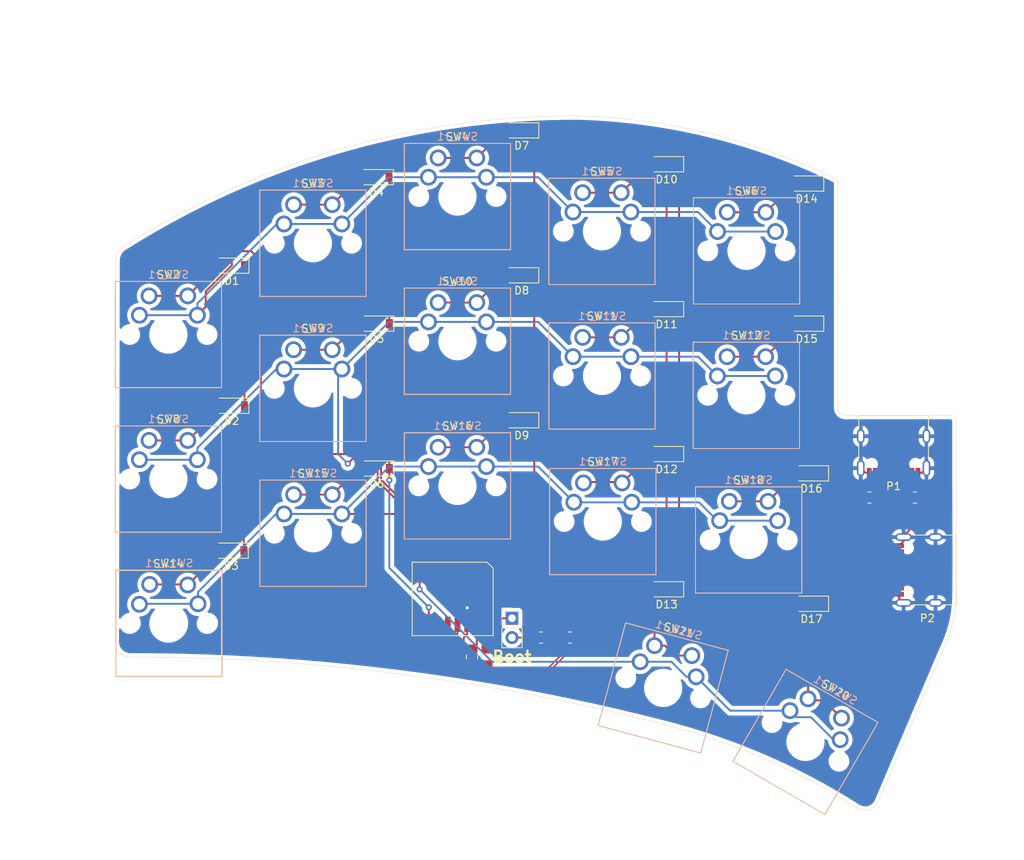
<source format=kicad_pcb>
(kicad_pcb (version 20211014) (generator pcbnew)
  (layers (0 "F.Cu" signal) (31 "B.Cu" signal) (34 "B.Paste" user) (35 "F.Paste" user) (36 "B.SilkS" user "B.Silkscreen") (37 "F.SilkS" user "F.Silkscreen") (38 "B.Mask" user) (39 "F.Mask" user) (44 "Edge.Cuts" user))
  (net 0 "")
  (net 1 "gnd")
  (net 2 "vcc")
  (net 3 "3.3v")
  (net 4 "Switch1")
  (net 5 "Switch2")
  (net 6 "Switch3")
  (net 7 "Switch4")
  (net 8 "Switch5")
  (net 9 "Switch6")
  (net 10 "Switch7")
  (net 11 "Switch8")
  (net 12 "Switch9")
  (net 13 "Switch10")
  (net 14 "Switch11")
  (net 15 "Switch12")
  (net 16 "Switch13")
  (net 17 "Switch14")
  (net 18 "Switch15")
  (net 19 "Switch16")
  (net 20 "Switch17")
  (net 21 "Column0")
  (net 22 "Column1")
  (net 23 "Column2")
  (net 24 "Column3")
  (net 25 "Column4")
  (net 27 "D+")
  (net 29 "Net-(JP1-Pad2)")
  (net 30 "D-")
  (net 31 "Row0")
  (net 32 "Row1")
  (net 33 "Row2")
  (net 34 "Row3")
  (net 35 "Net-(P1-PadA5)")
  (net 36 "Net-(P1-PadB5)")
  (net 42 "Net-(R4-Pad1)")
  (footprint "Button_Switch_Keyboard:SW_Cherry_MX_1.00u_PCB" (layer "F.Cu") (at 45 77)
    (fp_text reference "SW2")
    (fp_text value "SW_Push")
  )
  (footprint "Button_Switch_Keyboard:SW_Cherry_MX_1.00u_PCB" (layer "F.Cu") (at 64 65)
    (fp_text reference "SW3")
    (fp_text value "SW_Push")
  )
  (footprint "Button_Switch_Keyboard:SW_Cherry_MX_1.00u_PCB" (layer "F.Cu") (at 83 58.86)
    (fp_text reference "SW4")
    (fp_text value "SW_Push")
  )
  (footprint "Button_Switch_Keyboard:SW_Cherry_MX_1.00u_PCB" (layer "F.Cu") (at 101.994 63.432)
    (fp_text reference "SW5")
    (fp_text value "SW_Push")
  )
  (footprint "Button_Switch_Keyboard:SW_Cherry_MX_1.00u_PCB" (layer "F.Cu") (at 121 66)
    (fp_text reference "SW6")
    (fp_text value "SW_Push")
  )
  (footprint "Button_Switch_Keyboard:SW_Cherry_MX_1.00u_PCB" (layer "F.Cu") (at 45 96)
    (fp_text reference "SW8")
    (fp_text value "SW_Push")
  )
  (footprint "Button_Switch_Keyboard:SW_Cherry_MX_1.00u_PCB" (layer "F.Cu") (at 64 84.074)
    (fp_text reference "SW9")
    (fp_text value "SW_Push")
  )
  (footprint "Button_Switch_Keyboard:SW_Cherry_MX_1.00u_PCB" (layer "F.Cu") (at 83 77.878)
    (fp_text reference "SW10")
    (fp_text value "SW_Push")
  )
  (footprint "Button_Switch_Keyboard:SW_Cherry_MX_1.00u_PCB" (layer "F.Cu") (at 102 82.45)
    (fp_text reference "SW11")
    (fp_text value "SW_Push")
  )
  (footprint "Button_Switch_Keyboard:SW_Cherry_MX_1.00u_PCB" (layer "F.Cu") (at 120.98 84.99)
    (fp_text reference "SW12")
    (fp_text value "SW_Push")
  )
  (footprint "Button_Switch_Keyboard:SW_Cherry_MX_1.00u_PCB" (layer "F.Cu") (at 45 115)
    (fp_text reference "SW14")
    (fp_text value "SW_Push")
  )
  (footprint "Button_Switch_Keyboard:SW_Cherry_MX_1.00u_PCB" (layer "F.Cu") (at 64.008 103.124)
    (fp_text reference "SW15")
    (fp_text value "SW_Push")
  )
  (footprint "Button_Switch_Keyboard:SW_Cherry_MX_1.00u_PCB" (layer "F.Cu") (at 83 96.896)
    (fp_text reference "SW16")
    (fp_text value "SW_Push")
  )
  (footprint "Button_Switch_Keyboard:SW_Cherry_MX_1.00u_PCB" (layer "F.Cu") (at 102.1077 101.5853)
    (fp_text reference "SW17")
    (fp_text value "SW_Push")
  )
  (footprint "Button_Switch_Keyboard:SW_Cherry_MX_1.00u_PCB" (layer "F.Cu") (at 130.95 132.504 -30)
    (fp_text reference "SW20")
    (fp_text value "SW_Push")
  )
  (footprint "Button_Switch_Keyboard:SW_Cherry_MX_1.00u_PCB" (layer "F.Cu") (at 111.272 124.288 -15)
    (fp_text reference "SW21")
    (fp_text value "SW_Push")
  )
  (footprint "Button_Switch_Keyboard:SW_Cherry_MX_1.00u_PCB" (layer "F.Cu") (at 121.285 104.008)
    (fp_text reference "SW18")
    (fp_text value "SW_Push")
  )
  (footprint "CH552G:CH552G" (layer "F.Cu") (at 79.831207 116.84 180)
    (fp_text reference "U1" hide)
    (fp_text value "CH552G")
  )
  (footprint "Diode_SMD:D_SOD-123" (layer "F.Cu") (at 126.365 62.23 180)
    (fp_text reference "D14")
    (fp_text value "1N4148")
  )
  (footprint "Connector_PinHeader_2.54mm:PinHeader_1x02_P2.54mm_Vertical" (layer "F.Cu") (at 87.63 119.38)
    (fp_text reference "JP1" hide)
    (fp_text value "Boot")
  )
  (footprint "Diode_SMD:D_SOD-123" (layer "F.Cu") (at 88.9 55.245 180)
    (fp_text reference "D7")
    (fp_text value "1N4148")
  )
  (footprint "Diode_SMD:D_SOD-123" (layer "F.Cu") (at 50.8 91.44 180)
    (fp_text reference "D2")
    (fp_text value "1N4148")
  )
  (footprint "Diode_SMD:D_SOD-123" (layer "F.Cu") (at 107.95 115.57 180)
    (fp_text reference "D13")
    (fp_text value "1N4148")
  )
  (footprint "Diode_SMD:D_SOD-123" (layer "F.Cu") (at 107.95 97.79 180)
    (fp_text reference "D12")
    (fp_text value "1N4148")
  )
  (footprint "Resistor_SMD:R_0805_2012Metric" (layer "F.Cu") (at 134.62 103.505)
    (fp_text reference "R1" hide)
    (fp_text value "5.1k")
  )
  (footprint "Resistor_SMD:R_0805_2012Metric" (layer "F.Cu") (at 140.6125 103.505 180)
    (fp_text reference "R2" hide)
    (fp_text value "5.1k")
  )
  (footprint "Resistor_SMD:R_0805_2012Metric" (layer "F.Cu") (at 91.44 121.92 180)
    (fp_text reference "R4" hide)
    (fp_text value "5.1k")
  )
  (footprint "Capacitor_SMD:C_0805_2012Metric_Pad1.18x1.45mm_HandSolder" (layer "F.Cu") (at 84.340956 124.45904 -90)
    (fp_text reference "C2" hide)
    (fp_text value "0.1uF")
  )
  (footprint "Diode_SMD:D_SOD-123" (layer "F.Cu") (at 69.85 80.645 180)
    (fp_text reference "D5")
    (fp_text value "1N4148")
  )
  (footprint "Diode_SMD:D_SOD-123" (layer "F.Cu") (at 69.85 99.695 180)
    (fp_text reference "D6")
    (fp_text value "1N4148")
  )
  (footprint "Connector_USB:USB_C_Receptacle_G-Switch_GT-USB-7010ASV" (layer "F.Cu") (at 142.24 113.03 90)
    (fp_text reference "P2")
    (fp_text value "GT-USB-7010ASV")
  )
  (footprint "Diode_SMD:D_SOD-123" (layer "F.Cu") (at 88.9 74.295 180)
    (fp_text reference "D8")
    (fp_text value "1N4148")
  )
  (footprint "Diode_SMD:D_SOD-123" (layer "F.Cu") (at 88.9 93.345 180)
    (fp_text reference "D9")
    (fp_text value "1N4148")
  )
  (footprint "Diode_SMD:D_SOD-123" (layer "F.Cu") (at 127 100.33 180)
    (fp_text reference "D16")
    (fp_text value "1N4148")
  )
  (footprint "Capacitor_SMD:C_0805_2012Metric_Pad1.18x1.45mm_HandSolder" (layer "F.Cu") (at 82.371207 124.46 -90)
    (fp_text reference "C1" hide)
    (fp_text value "0.1uF")
  )
  (footprint "Diode_SMD:D_SOD-123" (layer "F.Cu") (at 107.95 78.74 180)
    (fp_text reference "D11")
    (fp_text value "1N4148")
  )
  (footprint "Diode_SMD:D_SOD-123" (layer "F.Cu") (at 50.72 110.49 180)
    (fp_text reference "D3")
    (fp_text value "1N4148")
  )
  (footprint "Diode_SMD:D_SOD-123" (layer "F.Cu") (at 107.95 59.69 180)
    (fp_text reference "D10")
    (fp_text value "1N4148")
  )
  (footprint "Connector_USB:USB_C_Receptacle_G-Switch_GT-USB-7010ASV" (layer "F.Cu") (at 137.795 96.52 180)
    (fp_text reference "P1")
    (fp_text value "GT-USB-7010ASV")
  )
  (footprint "Diode_SMD:D_SOD-123" (layer "F.Cu") (at 50.8 73.025 180)
    (fp_text reference "D1")
    (fp_text value "1N4148")
  )
  (footprint "Diode_SMD:D_SOD-123" (layer "F.Cu") (at 69.8 61.395 180)
    (fp_text reference "D4")
    (fp_text value "1N4148")
  )
  (footprint "Diode_SMD:D_SOD-123" (layer "F.Cu") (at 126.365 80.645 180)
    (fp_text reference "D15")
    (fp_text value "1N4148")
  )
  (footprint "Diode_SMD:D_SOD-123" (layer "F.Cu") (at 127 117.475 180)
    (fp_text reference "D17")
    (fp_text value "1N4148")
  )
  (footprint "Resistor_SMD:R_0805_2012Metric" (layer "F.Cu") (at 95.25 121.92 180)
    (fp_text reference "R3" hide)
    (fp_text value "5.1k")
  )
  (footprint "Button_Switch_Keyboard:SW_Cherry_MX_1.00u_PCB" (layer "B.Cu") (at 115.9 84.99 180)
    (fp_text reference "SW11_r1")
    (fp_text value "SW_Push")
  )
  (footprint "Button_Switch_Keyboard:SW_Cherry_MX_1.00u_PCB" (layer "B.Cu") (at 77.92 58.86 180)
    (fp_text reference "SW4_r1")
    (fp_text value "SW_Push")
  )
  (footprint "Button_Switch_Keyboard:SW_Cherry_MX_1.00u_PCB" (layer "B.Cu") (at 58.92 65 180)
    (fp_text reference "SW3_r1")
    (fp_text value "SW_Push")
  )
  (footprint "Button_Switch_Keyboard:SW_Cherry_MX_1.00u_PCB" (layer "B.Cu") (at 96.914 63.432 180)
    (fp_text reference "SW5_r1")
    (fp_text value "SW_Push")
  )
  (footprint "Button_Switch_Keyboard:SW_Cherry_MX_1.00u_PCB" (layer "B.Cu") (at 58.92 84.074 180)
    (fp_text reference "SW8_r1")
    (fp_text value "SW_Push")
  )
  (footprint "Button_Switch_Keyboard:SW_Cherry_MX_1.00u_PCB" (layer "B.Cu") (at 58.928 103.124 180)
    (fp_text reference "SW13_r1")
    (fp_text value "SW_Push")
  )
  (footprint "Button_Switch_Keyboard:SW_Cherry_MX_1.00u_PCB" (layer "B.Cu") (at 39.92 77 180)
    (fp_text reference "SW2_r1")
    (fp_text value "SW_Push")
  )
  (footprint "Button_Switch_Keyboard:SW_Cherry_MX_1.00u_PCB" (layer "B.Cu") (at 96.92 82.45 180)
    (fp_text reference "SW10_r1")
    (fp_text value "SW_Push")
  )
  (footprint "Button_Switch_Keyboard:SW_Cherry_MX_1.00u_PCB" (layer "B.Cu") (at 116.205 104.008 180)
    (fp_text reference "SW16_r1")
    (fp_text value "SW_Push")
  )
  (footprint "Button_Switch_Keyboard:SW_Cherry_MX_1.00u_PCB" (layer "B.Cu") (at 77.92 96.896 180)
    (fp_text reference "SW14_r1")
    (fp_text value "SW_Push")
  )
  (footprint "Button_Switch_Keyboard:SW_Cherry_MX_1.00u_PCB" (layer "B.Cu") (at 115.92 66 180)
    (fp_text reference "SW6_r1")
    (fp_text value "SW_Push")
  )
  (footprint "Button_Switch_Keyboard:SW_Cherry_MX_1.00u_PCB" (layer "B.Cu") (at 39.92 96 180)
    (fp_text reference "SW7_r1")
    (fp_text value "SW_Push")
  )
  (footprint "Button_Switch_Keyboard:SW_Cherry_MX_1.00u_PCB" (layer "B.Cu") (at 126.5506 129.964 150)
    (fp_text reference "SW17_r1")
    (fp_text value "SW_Push")
  )
  (footprint "Button_Switch_Keyboard:SW_Cherry_MX_1.00u_PCB" (layer "B.Cu") (at 40.005 114.935 180)
    (fp_text reference "SW12_r1")
    (fp_text value "SW_Push")
  )
  (footprint "Button_Switch_Keyboard:SW_Cherry_MX_1.00u_PCB" (layer "B.Cu") (at 97.0277 101.5853 180)
    (fp_text reference "SW15_r1")
    (fp_text value "SW_Push")
  )
  (footprint "Button_Switch_Keyboard:SW_Cherry_MX_1.00u_PCB" (layer "B.Cu") (at 106.3651 122.9732 165)
    (fp_text reference "SW18_r1")
    (fp_text value "SW_Push")
  )
  (footprint "Button_Switch_Keyboard:SW_Cherry_MX_1.00u_PCB" (layer "B.Cu") (at 77.92 77.878 180)
    (fp_text reference "SW9_r1")
    (fp_text value "SW_Push")
  )
  (gr_arc (start 145.262 92.708542) (mid 145.79233 92.928212) (end 146.012 93.458542) (layer "Edge.Cuts") (width 0.05))
  (gr_line (start 146.012 96.45) (end 146.012 101.262) (layer "Edge.Cuts") (width 0.05))
  (gr_arc (start 146.024 116.248) (mid 145.56283 120.031316) (end 144.261679 123.613657) (layer "Edge.Cuts") (width 0.05))
  (gr_line (start 146.012 101.262) (end 146.05 111.9) (layer "Edge.Cuts") (width 0.05))
  (gr_line (start 146.05 111.9) (end 146.024 116.248) (layer "Edge.Cuts") (width 0.05))
  (gr_arc (start 131.458 92.711459) (mid 130.750887 92.418567) (end 130.458 91.711459) (layer "Edge.Cuts") (width 0.05))
  (gr_line (start 37.767536 124.476378) (end 37.493002 124.473917) (layer "Edge.Cuts") (width 0.05))
  (gr_arc (start 107.797707 133.384137) (mid 120.821222 137.841207) (end 132.978 144.298) (layer "Edge.Cuts") (width 0.05))
  (gr_arc (start 37.767536 124.476378) (mid 73.062529 126.72971) (end 107.797707 133.384137) (layer "Edge.Cuts") (width 0.05))
  (gr_arc (start 37.493002 124.473917) (mid 36.080534 123.924716) (end 35.458001 122.542999) (layer "Edge.Cuts") (width 0.05))
  (gr_arc (start 135.71 143.699265) (mid 134.468995 144.56898) (end 132.978 144.298) (layer "Edge.Cuts") (width 0.05))
  (gr_arc (start 130.028245 61.54947) (mid 130.345034 61.826226) (end 130.463 62.23) (layer "Edge.Cuts") (width 0.05))
  (gr_line (start 35.56 72.39) (end 35.458001 122.542999) (layer "Edge.Cuts") (width 0.05))
  (gr_line (start 146.012 96.45) (end 146.012 93.458542) (layer "Edge.Cuts") (width 0.05))
  (gr_arc (start 35.56 72.39) (mid 35.893897 71.184587) (end 36.83 70.354999) (layer "Edge.Cuts") (width 0.05))
  (gr_line (start 135.71 143.699265) (end 144.261679 123.613657) (layer "Edge.Cuts") (width 0.05))
  (gr_line (start 130.463 62.23) (end 130.458 91.711459) (layer "Edge.Cuts") (width 0.05))
  (gr_arc (start 36.83 70.354999) (mid 65.45842 57.579637) (end 96.52 53.34) (layer "Edge.Cuts") (width 0.05))
  (gr_arc (start 96.52 53.34) (mid 113.706652 55.679297) (end 130.028245 61.54947) (layer "Edge.Cuts") (width 0.05))
  (gr_line (start 131.458 92.711459) (end 145.262 92.708542) (layer "Edge.Cuts") (width 0.05))
  (gr_text "Boot" (at 87.63 124.46) (layer "F.SilkS") (effects (font (size 1.5 1.5) (thickness 0.3))))
  (segment (start 81.744958 120.161249) (end 81.736207 120.17) (width 0.25) (layer "F.Cu") (net 1))
  (segment (start 138.515 116.75) (end 139.115 117.35) (width 0.25) (layer "F.Cu") (net 1))
  (segment (start 81.736207 121.463793) (end 81.736207 120.17) (width 0.25) (layer "F.Cu") (net 1))
  (segment (start 141.532388 101.48722) (end 141.532388 103.497612) (width 0.25) (layer "F.Cu") (net 1))
  (segment (start 82.403363 125.529656) (end 82.371207 125.4975) (width 0.25) (layer "F.Cu") (net 1))
  (segment (start 134.595 100.919619) (end 134.595 100.245) (width 0.25) (layer "F.Cu") (net 1))
  (segment (start 82.3175 125.4975) (end 81.28 124.46) (width 0.25) (layer "F.Cu") (net 1))
  (segment (start 141.525 106.125) (end 139.115 108.535) (width 0.25) (layer "F.Cu") (net 1))
  (segment (start 140.995 100.245) (end 140.995 100.949832) (width 0.25) (layer "F.Cu") (net 1))
  (segment (start 81.28 124.46) (end 81.28 121.92) (width 0.25) (layer "F.Cu") (net 1))
  (segment (start 82.371207 125.4975) (end 84.339996 125.4975) (width 0.25) (layer "F.Cu") (net 1))
  (segment (start 141.515 100.245) (end 142.115 99.645) (width 0.25) (layer "F.Cu") (net 1))
  (segment (start 140.995 100.245) (end 141.515 100.245) (width 0.25) (layer "F.Cu") (net 1))
  (segment (start 134.595 100.245) (end 134.075 100.245) (width 0.25) (layer "F.Cu") (net 1))
  (segment (start 139.115 108.535) (end 139.115 108.71) (width 0.25) (layer "F.Cu") (net 1))
  (segment (start 138.515 116.23) (end 138.515 116.75) (width 0.25) (layer "F.Cu") (net 1))
  (segment (start 141.532388 103.497612) (end 141.525 103.505) (width 0.25) (layer "F.Cu") (net 1))
  (segment (start 84.246898 125.590598) (end 84.340956 125.49654) (width 0.25) (layer "F.Cu") (net 1))
  (segment (start 82.371207 125.4975) (end 82.3175 125.4975) (width 0.25) (layer "F.Cu") (net 1))
  (segment (start 133.7075 101.807119) (end 134.595 100.919619) (width 0.25) (layer "F.Cu") (net 1))
  (segment (start 133.7075 103.505) (end 133.7075 101.807119) (width 0.25) (layer "F.Cu") (net 1))
  (segment (start 141.525 103.505) (end 141.525 106.125) (width 0.25) (layer "F.Cu") (net 1))
  (segment (start 134.075 100.245) (end 133.475 99.645) (width 0.25) (layer "F.Cu") (net 1))
  (segment (start 139.115 109.23) (end 138.515 109.83) (width 0.25) (layer "F.Cu") (net 1))
  (segment (start 84.339996 125.4975) (end 84.340956 125.49654) (width 0.25) (layer "F.Cu") (net 1))
  (segment (start 140.995 100.949832) (end 141.532388 101.48722) (width 0.25) (layer "F.Cu") (net 1))
  (segment (start 81.744958 118.006669) (end 81.744958 120.161249) (width 0.25) (layer "F.Cu") (net 1))
  (segment (start 81.28 121.92) (end 81.736207 121.463793) (width 0.25) (layer "F.Cu") (net 1))
  (segment (start 139.115 108.71) (end 139.115 109.23) (width 0.25) (layer "F.Cu") (net 1))
  (via (at 81.744958 118.006669) (size 0.8) (drill 0.4) (layers "F.Cu" "B.Cu") (net 1))
  (segment (start 140.195 100.245) (end 140.195 102.411249) (width 0.25) (layer "F.Cu") (net 2))
  (segment (start 137.170497 108.533596) (end 137.170497 110.207826) (width 0.25) (layer "F.Cu") (net 2))
  (segment (start 82.371207 123.4225) (end 83.006207 122.7875) (width 0.25) (layer "F.Cu") (net 2))
  (segment (start 127.660365 118.142658) (end 128.897707 119.38) (width 0.25) (layer "F.Cu") (net 2))
  (segment (start 83.006207 120.17) (end 83.006207 119.41) (width 0.25) (layer "F.Cu") (net 2))
  (segment (start 140.195 102.411249) (end 140.611505 102.827754) (width 0.25) (layer "F.Cu") (net 2))
  (segment (start 137.592671 110.63) (end 138.515 110.63) (width 0.25) (layer "F.Cu") (net 2))
  (segment (start 110.137283 116.709364) (end 110.49 116.356647) (width 0.25) (layer "F.Cu") (net 2))
  (segment (start 134.62 116.84) (end 134.62 101.89) (width 0.25) (layer "F.Cu") (net 2))
  (segment (start 108.595778 113.822308) (end 108.595778 116.304392) (width 0.25) (layer "F.Cu") (net 2))
  (segment (start 83.006207 119.41) (end 89.168697 113.24751) (width 0.25) (layer "F.Cu") (net 2))
  (segment (start 135.395 101.115) (end 135.395 100.245) (width 0.25) (layer "F.Cu") (net 2))
  (segment (start 111.052605 115.007395) (end 127.203139 115.007395) (width 0.25) (layer "F.Cu") (net 2))
  (segment (start 83.006207 122.7875) (end 83.006207 120.17) (width 0.25) (layer "F.Cu") (net 2))
  (segment (start 132.08 119.38) (end 134.62 116.84) (width 0.25) (layer "F.Cu") (net 2))
  (segment (start 140.611505 102.827754) (end 140.611505 105.092588) (width 0.25) (layer "F.Cu") (net 2))
  (segment (start 140.611505 105.092588) (end 137.170497 108.533596) (width 0.25) (layer "F.Cu") (net 2))
  (segment (start 127.203139 115.007395) (end 127.660365 115.464621) (width 0.25) (layer "F.Cu") (net 2))
  (segment (start 134.62 101.89) (end 135.395 101.115) (width 0.25) (layer "F.Cu") (net 2))
  (segment (start 108.595778 116.304392) (end 109.00075 116.709364) (width 0.25) (layer "F.Cu") (net 2))
  (segment (start 128.897707 119.38) (end 132.08 119.38) (width 0.25) (layer "F.Cu") (net 2))
  (segment (start 110.49 116.356647) (end 110.49 115.57) (width 0.25) (layer "F.Cu") (net 2))
  (segment (start 127.660365 115.464621) (end 127.660365 118.142658) (width 0.25) (layer "F.Cu") (net 2))
  (segment (start 137.170497 110.207826) (end 137.592671 110.63) (width 0.25) (layer "F.Cu") (net 2))
  (segment (start 109.00075 116.709364) (end 110.137283 116.709364) (width 0.25) (layer "F.Cu") (net 2))
  (segment (start 108.02098 113.24751) (end 108.595778 113.822308) (width 0.25) (layer "F.Cu") (net 2))
  (segment (start 110.49 115.57) (end 111.052605 115.007395) (width 0.25) (layer "F.Cu") (net 2))
  (segment (start 89.168697 113.24751) (end 108.02098 113.24751) (width 0.25) (layer "F.Cu") (net 2))
  (segment (start 84.3 120.17) (end 85.09 119.38) (width 0.25) (layer "F.Cu") (net 3))
  (segment (start 85.09 119.38) (end 87.63 119.38) (width 0.25) (layer "F.Cu") (net 3))
  (segment (start 84.276207 120.17) (end 84.276207 123.356791) (width 0.25) (layer "F.Cu") (net 3))
  (segment (start 84.276207 120.17) (end 84.3 120.17) (width 0.25) (layer "F.Cu") (net 3))
  (segment (start 84.276207 123.356791) (end 84.340956 123.42154) (width 0.25) (layer "F.Cu") (net 3))
  (segment locked (start 45 77) (end 39.92 77) (width 0.25) (layer "F.Cu") (net 4))
  (segment (start 48.975 73.025) (end 49.15 73.025) (width 0.25) (layer "F.Cu") (net 4))
  (segment (start 45 77) (end 48.975 73.025) (width 0.25) (layer "F.Cu") (net 4))
  (segment (start 67.605 61.395) (end 68.15 61.395) (width 0.25) (layer "F.Cu") (net 5))
  (segment (start 64 65) (end 67.605 61.395) (width 0.25) (layer "F.Cu") (net 5))
  (segment locked (start 58.92 65) (end 64 65) (width 0.25) (layer "F.Cu") (net 5))
  (segment (start 86.615 55.245) (end 87.25 55.245) (width 0.25) (layer "F.Cu") (net 6))
  (segment locked (start 77.92 58.86) (end 83 58.86) (width 0.25) (layer "F.Cu") (net 6))
  (segment (start 83 58.86) (end 86.615 55.245) (width 0.25) (layer "F.Cu") (net 6))
  (segment locked (start 96.914 63.432) (end 101.994 63.432) (width 0.25) (layer "F.Cu") (net 7))
  (segment (start 101.994 63.432) (end 105.736 59.69) (width 0.25) (layer "F.Cu") (net 7))
  (segment (start 105.736 59.69) (end 106.3 59.69) (width 0.25) (layer "F.Cu") (net 7))
  (segment locked (start 115.92 66) (end 121 66) (width 0.25) (layer "F.Cu") (net 8))
  (segment (start 121 66) (end 124.715 62.285) (width 0.25) (layer "F.Cu") (net 8))
  (segment (start 124.715 62.285) (end 124.715 62.23) (width 0.25) (layer "F.Cu") (net 8))
  (segment (start 45 96) (end 49.15 91.85) (width 0.25) (layer "F.Cu") (net 9))
  (segment locked (start 45 96) (end 39.92 96) (width 0.25) (layer "F.Cu") (net 9))
  (segment (start 49.15 91.85) (end 49.15 91.44) (width 0.25) (layer "F.Cu") (net 9))
  (segment locked (start 58.92 84.074) (end 64 84.074) (width 0.25) (layer "F.Cu") (net 10))
  (segment (start 67.429 80.645) (end 68.2 80.645) (width 0.25) (layer "F.Cu") (net 10))
  (segment (start 64 84.074) (end 67.429 80.645) (width 0.25) (layer "F.Cu") (net 10))
  (segment (start 86.583 74.295) (end 83 77.878) (width 0.25) (layer "F.Cu") (net 11))
  (segment (start 87.25 74.295) (end 86.583 74.295) (width 0.25) (layer "F.Cu") (net 11))
  (segment locked (start 77.92 77.878) (end 83 77.878) (width 0.25) (layer "F.Cu") (net 11))
  (segment locked (start 96.92 82.45) (end 102 82.45) (width 0.25) (layer "F.Cu") (net 12))
  (segment (start 102 82.45) (end 105.71 78.74) (width 0.25) (layer "F.Cu") (net 12))
  (segment (start 105.71 78.74) (end 106.3 78.74) (width 0.25) (layer "F.Cu") (net 12))
  (segment (start 120.98 84.99) (end 124.715 81.255) (width 0.25) (layer "F.Cu") (net 13))
  (segment (start 124.715 81.255) (end 124.715 80.645) (width 0.25) (layer "F.Cu") (net 13))
  (segment locked (start 115.9 84.99) (end 120.98 84.99) (width 0.25) (layer "F.Cu") (net 13))
  (segment locked (start 40.005 114.935) (end 44.935 114.935) (width 0.25) (layer "F.Cu") (net 14))
  (segment locked (start 44.935 114.935) (end 45 115) (width 0.25) (layer "F.Cu") (net 14))
  (segment (start 45 115) (end 49.07 110.93) (width 0.25) (layer "F.Cu") (net 14))
  (segment (start 49.07 110.93) (end 49.07 110.49) (width 0.25) (layer "F.Cu") (net 14))
  (segment (start 67.437 99.695) (end 68.2 99.695) (width 0.25) (layer "F.Cu") (net 15))
  (segment (start 64.008 103.124) (end 67.437 99.695) (width 0.25) (layer "F.Cu") (net 15))
  (segment locked (start 64.008 103.124) (end 58.928 103.124) (width 0.25) (layer "F.Cu") (net 15))
  (segment (start 83 96.896) (end 86.551 93.345) (width 0.25) (layer "F.Cu") (net 16))
  (segment (start 86.551 93.345) (end 87.25 93.345) (width 0.25) (layer "F.Cu") (net 16))
  (segment locked (start 83 96.896) (end 77.92 96.896) (width 0.25) (layer "F.Cu") (net 16))
  (segment (start 102.0982 101.6042) (end 105.9124 97.79) (width 0.25) (layer "F.Cu") (net 17))
  (segment (start 105.9124 97.79) (end 106.3 97.79) (width 0.25) (layer "F.Cu") (net 17))
  (segment locked (start 97.287 101.468) (end 97.155 101.6) (width 0.25) (layer "F.Cu") (net 17))
  (segment locked (start 102 101.468) (end 97.287 101.468) (width 0.25) (layer "F.Cu") (net 17))
  (segment (start 121.285 104.008) (end 124.963 100.33) (width 0.25) (layer "F.Cu") (net 18))
  (segment locked (start 120.98 104.008) (end 115.9 104.008) (width 0.25) (layer "F.Cu") (net 18))
  (segment (start 124.963 100.33) (end 125.35 100.33) (width 0.25) (layer "F.Cu") (net 18))
  (segment locked (start 128.621 130.175) (end 126.7616 130.175) (width 0.25) (layer "F.Cu") (net 19))
  (segment (start 125.35 118.420584) (end 125.35 117.475) (width 0.25) (layer "F.Cu") (net 19))
  (segment (start 128.621 130.175) (end 130.95 132.504) (width 0.25) (layer "F.Cu") (net 19))
  (segment (start 126.5506 129.964) (end 126.5506 119.621184) (width 0.25) (layer "F.Cu") (net 19))
  (segment (start 126.5506 119.621184) (end 125.35 118.420584) (width 0.25) (layer "F.Cu") (net 19))
  (segment locked (start 126.7616 130.175) (end 126.5506 129.964) (width 0.25) (layer "F.Cu") (net 19))
  (segment (start 107.7332 122.9732) (end 106.3651 122.9732) (width 0.25) (layer "F.Cu") (net 20))
  (segment (start 111.272 124.288) (end 109.048 124.288) (width 0.25) (layer "F.Cu") (net 20))
  (segment locked (start 111.272 124.288) (end 110.318 124.288) (width 0.25) (layer "F.Cu") (net 20))
  (segment (start 106.3651 115.6351) (end 106.3 115.57) (width 0.25) (layer "F.Cu") (net 20))
  (segment (start 106.3651 122.9732) (end 106.3651 115.6351) (width 0.25) (layer "F.Cu") (net 20))
  (segment (start 109.048 124.288) (end 107.7332 122.9732) (width 0.25) (layer "F.Cu") (net 20))
  (segment (start 77.926207 122.733793) (end 77.926207 120.17) (width 0.25) (layer "F.Cu") (net 21))
  (segment (start 52.45 73.025) (end 52.45 91.44) (width 0.25) (layer "F.Cu") (net 21))
  (segment (start 71.755 124.46) (end 76.2 124.46) (width 0.25) (layer "F.Cu") (net 21))
  (segment (start 52.37 110.49) (end 52.37 91.52) (width 0.25) (layer "F.Cu") (net 21))
  (segment (start 57.785 110.49) (end 71.755 124.46) (width 0.25) (layer "F.Cu") (net 21))
  (segment (start 52.37 110.49) (end 57.785 110.49) (width 0.25) (layer "F.Cu") (net 21))
  (segment (start 76.2 124.46) (end 77.926207 122.733793) (width 0.25) (layer "F.Cu") (net 21))
  (segment (start 52.37 91.52) (end 52.45 91.44) (width 0.25) (layer "F.Cu") (net 21))
  (segment (start 71.5 99.695) (end 71.5 80.645) (width 0.25) (layer "F.Cu") (net 22))
  (segment (start 71.5 80.645) (end 71.5 61.445) (width 0.25) (layer "F.Cu") (net 22))
  (segment (start 71.5 99.695) (end 71.5 101.22) (width 0.25) (layer "F.Cu") (net 22))
  (segment (start 76.689846 117.942967) (end 76.689846 120.136361) (width 0.25) (layer "F.Cu") (net 22))
  (segment (start 71.5 61.445) (end 71.45 61.395) (width 0.25) (layer "F.Cu") (net 22))
  (segment (start 76.689846 120.136361) (end 76.656207 120.17) (width 0.25) (layer "F.Cu") (net 22))
  (via (at 71.5 101.22) (size 0.8) (drill 0.4) (layers "F.Cu" "B.Cu") (net 22))
  (via (at 76.689846 117.942967) (size 0.8) (drill 0.4) (layers "F.Cu" "B.Cu") (net 22))
  (segment (start 76.689846 117.942967) (end 71.5 112.753121) (width 0.25) (layer "B.Cu") (net 22))
  (segment (start 71.5 112.753121) (end 71.5 101.22) (width 0.25) (layer "B.Cu") (net 22))
  (segment (start 90.562421 110.350442) (end 90.562421 108.342421) (width 0.25) (layer "F.Cu") (net 23))
  (segment (start 90.562421 108.342421) (end 90.55 108.33) (width 0.25) (layer "F.Cu") (net 23))
  (segment (start 81.736207 113.51) (end 81.736207 111.990633) (width 0.25) (layer "F.Cu") (net 23))
  (segment (start 90.55 93.345) (end 90.55 74.295) (width 0.25) (layer "F.Cu") (net 23))
  (segment (start 81.736207 111.990633) (end 82.544489 111.182351) (width 0.25) (layer "F.Cu") (net 23))
  (segment (start 85.595846 111.182351) (end 86.311005 111.89751) (width 0.25) (layer "F.Cu") (net 23))
  (segment (start 90.55 108.33) (end 90.55 93.345) (width 0.25) (layer "F.Cu") (net 23))
  (segment (start 90.55 55.245) (end 90.55 74.295) (width 0.25) (layer "F.Cu") (net 23))
  (segment (start 89.015353 111.89751) (end 90.562421 110.350442) (width 0.25) (layer "F.Cu") (net 23))
  (segment (start 82.544489 111.182351) (end 85.595846 111.182351) (width 0.25) (layer "F.Cu") (net 23))
  (segment (start 86.311005 111.89751) (end 89.015353 111.89751) (width 0.25) (layer "F.Cu") (net 23))
  (segment (start 84.988697 112.79751) (end 84.276207 113.51) (width 0.25) (layer "F.Cu") (net 24))
  (segment (start 109.6 97.79) (end 109.6 78.74) (width 0.25) (layer "F.Cu") (net 24))
  (segment (start 109.45249 112.79751) (end 84.988697 112.79751) (width 0.25) (layer "F.Cu") (net 24))
  (segment (start 109.6 115.57) (end 109.6 112.65) (width 0.25) (layer "F.Cu") (net 24))
  (segment (start 109.6 112.65) (end 109.6 97.79) (width 0.25) (layer "F.Cu") (net 24))
  (segment (start 109.6 78.74) (end 109.6 59.69) (width 0.25) (layer "F.Cu") (net 24))
  (segment (start 109.6 112.65) (end 109.45249 112.79751) (width 0.25) (layer "F.Cu") (net 24))
  (segment (start 128.65 100.33) (end 128.65 117.475) (width 0.25) (layer "F.Cu") (net 25))
  (segment (start 83.006207 111.632351) (end 84.962351 111.632351) (width 0.25) (layer "F.Cu") (net 25))
  (segment (start 118.11 60.96) (end 125.73 60.96) (width 0.25) (layer "F.Cu") (net 25))
  (segment (start 107.95 58.42) (end 109.22 57.15) (width 0.25) (layer "F.Cu") (net 25))
  (segment (start 107.95 112.34751) (end 107.95 58.42) (width 0.25) (layer "F.Cu") (net 25))
  (segment (start 128.27 100.33) (end 125.73 97.79) (width 0.25) (layer "F.Cu") (net 25))
  (segment (start 128.65 100.33) (end 128.27 100.33) (width 0.25) (layer "F.Cu") (net 25))
  (segment (start 84.962351 111.632351) (end 85.67751 112.34751) (width 0.25) (layer "F.Cu") (net 25))
  (segment (start 125.73 97.79) (end 125.73 83.82) (width 0.25) (layer "F.Cu") (net 25))
  (segment (start 83.006207 113.51) (end 83.006207 111.632351) (width 0.25) (layer "F.Cu") (net 25))
  (segment (start 109.22 57.15) (end 114.3 57.15) (width 0.25) (layer "F.Cu") (net 25))
  (segment (start 128.015 81.535) (end 128.015 80.645) (width 0.25) (layer "F.Cu") (net 25))
  (segment (start 128.015 62.23) (end 128.015 80.645) (width 0.25) (layer "F.Cu") (net 25))
  (segment (start 85.67751 112.34751) (end 107.95 112.34751) (width 0.25) (layer "F.Cu") (net 25))
  (segment (start 127 62.23) (end 128.015 62.23) (width 0.25) (layer "F.Cu") (net 25))
  (segment (start 114.3 57.15) (end 118.11 60.96) (width 0.25) (layer "F.Cu") (net 25))
  (segment (start 125.73 60.96) (end 127 62.23) (width 0.25) (layer "F.Cu") (net 25))
  (segment (start 125.73 83.82) (end 128.015 81.535) (width 0.25) (layer "F.Cu") (net 25))
  (segment (start 110.479008 117.534364) (end 108.659024 117.534364) (width 0.2) (layer "F.Cu") (net 27))
  (segment (start 91.480569 127.4) (end 81.822588 127.4) (width 0.2) (layer "F.Cu") (net 27))
  (segment (start 79.196207 123.250625) (end 79.196207 120.17) (width 0.2) (layer "F.Cu") (net 27))
  (segment (start 132.421725 120.205) (end 128.555981 120.205) (width 0.2) (layer "F.Cu") (net 27))
  (segment (start 96.1625 121.92) (end 96.1625 122.71807) (width 0.2) (layer "F.Cu") (net 27))
  (segment (start 128.555981 120.205) (end 126.835365 118.484383) (width 0.2) (layer "F.Cu") (net 27))
  (segment (start 111.315 116.698373) (end 110.479008 117.534364) (width 0.2) (layer "F.Cu") (net 27))
  (segment (start 136.205686 113.28) (end 135.445 114.040686) (width 0.2) (layer "F.Cu") (net 27))
  (segment (start 79.204949 123.259367) (end 79.196207 123.250625) (width 0.2) (layer "F.Cu") (net 27))
  (segment (start 96.1625 120.629985) (end 96.1625 121.92) (width 0.2) (layer "F.Cu") (net 27))
  (segment (start 81.822588 127.4) (end 79.204949 124.782361) (width 0.2) (layer "F.Cu") (net 27))
  (segment (start 111.315 115.911726) (end 111.315 116.698373) (width 0.2) (layer "F.Cu") (net 27))
  (segment (start 135.445 114.040686) (end 135.445 117.181726) (width 0.2) (layer "F.Cu") (net 27))
  (segment (start 138.045 100.245) (end 138.045 99.508903) (width 0.2) (layer "F.Cu") (net 27))
  (segment (start 139.525919 98.027984) (end 142.724874 98.027984) (width 0.2) (layer "F.Cu") (net 27))
  (segment (start 107.679254 114.07251) (end 102.719975 114.07251) (width 0.2) (layer "F.Cu") (net 27))
  (segment (start 140.97 111.76) (end 139.45 113.28) (width 0.2) (layer "F.Cu") (net 27))
  (segment (start 138.045 99.508903) (end 139.525919 98.027984) (width 0.2) (layer "F.Cu") (net 27))
  (segment (start 126.835365 118.484383) (end 126.835365 115.832395) (width 0.2) (layer "F.Cu") (net 27))
  (segment (start 143.51 98.81311) (end 143.51 105.535) (width 0.2) (layer "F.Cu") (net 27))
  (segment (start 108.659024 117.534364) (end 107.770778 116.646117) (width 0.2) (layer "F.Cu") (net 27))
  (segment (start 96.1625 122.71807) (end 91.480569 127.4) (width 0.2) (layer "F.Cu") (net 27))
  (segment (start 107.770778 116.646117) (end 107.770778 114.164034) (width 0.2) (layer "F.Cu") (net 27))
  (segment (start 102.719975 114.07251) (end 96.1625 120.629985) (width 0.2) (layer "F.Cu") (net 27))
  (segment (start 140.97 108.075) (end 140.97 111.76) (width 0.2) (layer "F.Cu") (net 27))
  (segment (start 139.45 113.28) (end 138.515 113.28) (width 0.2) (layer "F.Cu") (net 27))
  (segment (start 135.445 117.181726) (end 132.421725 120.205) (width 0.2) (layer "F.Cu") (net 27))
  (segment (start 79.204949 124.782361) (end 79.204949 123.259367) (width 0.2) (layer "F.Cu") (net 27))
  (segment (start 142.724874 98.027984) (end 143.51 98.81311) (width 0.2) (layer "F.Cu") (net 27))
  (segment (start 111.394331 115.832395) (end 111.315 115.911726) (width 0.2) (layer "F.Cu") (net 27))
  (segment (start 126.835365 115.832395) (end 111.394331 115.832395) (width 0.2) (layer "F.Cu") (net 27))
  (segment (start 107.770778 114.164034) (end 107.679254 114.07251) (width 0.2) (layer "F.Cu") (net 27))
  (segment (start 138.515 113.28) (end 136.205686 113.28) (width 0.2) (layer "F.Cu") (net 27))
  (segment (start 143.51 105.535) (end 140.97 108.075) (width 0.2) (layer "F.Cu") (net 27))
  (segment (start 90.5275 121.92) (end 87.63 121.92) (width 0.25) (layer "F.Cu") (net 29))
  (segment (start 128.721667 119.805) (end 127.235365 118.318698) (width 0.2) (layer "F.Cu") (net 30))
  (segment (start 80.466207 125.477933) (end 80.466207 120.17) (width 0.2) (layer "F.Cu") (net 30))
  (segment (start 110.915 116.532687) (end 110.313323 117.134364) (width 0.2) (layer "F.Cu") (net 30))
  (segment (start 137.545 107.558053) (end 136.745497 108.357555) (width 0.2) (layer "F.Cu") (net 30))
  (segment (start 81.988274 127) (end 80.466207 125.477933) (width 0.2) (layer "F.Cu") (net 30))
  (segment (start 135.045 113.875) (end 135.045 117.01604) (width 0.2) (layer "F.Cu") (net 30))
  (segment (start 136.14 112.78) (end 135.045 113.875) (width 0.2) (layer "F.Cu") (net 30))
  (segment (start 137.645 112.78) (end 136.14 112.78) (width 0.2) (layer "F.Cu") (net 30))
  (segment (start 108.170778 113.998348) (end 107.84494 113.67251) (width 0.2) (layer "F.Cu") (net 30))
  (segment (start 102.554289 113.67251) (end 95.276688 120.950111) (width 0.2) (layer "F.Cu") (net 30))
  (segment (start 132.25604 119.805) (end 128.721667 119.805) (width 0.2) (layer "F.Cu") (net 30))
  (segment (start 135.045 117.01604) (end 132.25604 119.805) (width 0.2) (layer "F.Cu") (net 30))
  (segment (start 137.645 112.78) (end 138.515 112.78) (width 0.2) (layer "F.Cu") (net 30))
  (segment (start 127.235365 115.640661) (end 127.027099 115.432395) (width 0.2) (layer "F.Cu") (net 30))
  (segment (start 108.170778 116.480432) (end 108.170778 113.998348) (width 0.2) (layer "F.Cu") (net 30))
  (segment (start 108.82471 117.134364) (end 108.170778 116.480432) (width 0.2) (layer "F.Cu") (net 30))
  (segment (start 111.228645 115.432395) (end 110.915 115.74604) (width 0.2) (layer "F.Cu") (net 30))
  (segment (start 95.276688 123.038196) (end 91.314884 127) (width 0.2) (layer "F.Cu") (net 30))
  (segment (start 107.84494 113.67251) (end 102.554289 113.67251) (width 0.2) (layer "F.Cu") (net 30))
  (segment (start 110.313323 117.134364) (end 108.82471 117.134364) (width 0.2) (layer "F.Cu") (net 30))
  (segment (start 95.276688 120.950111) (end 95.276688 123.038196) (width 0.2) (layer "F.Cu") (net 30))
  (segment (start 110.915 115.74604) (end 110.915 116.532687) (width 0.2) (layer "F.Cu") (net 30))
  (segment (start 136.745497 108.357555) (end 136.745497 111.880497) (width 0.2) (layer "F.Cu") (net 30))
  (segment (start 127.027099 115.432395) (end 111.228645 115.432395) (width 0.2) (layer "F.Cu") (net 30))
  (segment (start 127.235365 118.318698) (end 127.235365 115.640661) (width 0.2) (layer "F.Cu") (net 30))
  (segment (start 137.545 100.245) (end 137.545 107.558053) (width 0.2) (layer "F.Cu") (net 30))
  (segment (start 91.314884 127) (end 81.988274 127) (width 0.2) (layer "F.Cu") (net 30))
  (segment (start 136.745497 111.880497) (end 137.645 112.78) (width 0.2) (layer "F.Cu") (net 30))
  (segment (start 50.8 72.975) (end 50.8 72.39) (width 0.25) (layer "F.Cu") (net 31))
  (segment (start 46.27 79.54) (end 47.369999 78.440001) (width 0.25) (layer "F.Cu") (net 31))
  (segment (start 50.8 72.39) (end 52.07 71.12) (width 0.25) (layer "F.Cu") (net 31))
  (segment (start 70.414347 101.159652) (end 80.466207 111.211512) (width 0.25) (layer "F.Cu") (net 31))
  (segment (start 68.956013 97.79) (end 70.414347 99.248334) (width 0.25) (layer "F.Cu") (net 31))
  (segment (start 47.369999 78.440001) (end 47.369999 76.405001) (width 0.25) (layer "F.Cu") (net 31))
  (segment (start 54.61 72.39) (end 54.61 90.17) (width 0.25) (layer "F.Cu") (net 31))
  (segment (start 52.07 71.12) (end 53.34 71.12) (width 0.25) (layer "F.Cu") (net 31))
  (segment (start 47.369999 76.405001) (end 50.8 72.975) (width 0.25) (layer "F.Cu") (net 31))
  (segment (start 70.414347 99.248334) (end 70.414347 101.159652) (width 0.25) (layer "F.Cu") (net 31))
  (segment (start 54.61 90.17) (end 62.23 97.79) (width 0.25) (layer "F.Cu") (net 31))
  (segment (start 62.23 97.79) (end 68.956013 97.79) (width 0.25) (layer "F.Cu") (net 31))
  (segment (start 53.34 71.12) (end 54.61 72.39) (width 0.25) (layer "F.Cu") (net 31))
  (segment (start 80.466207 111.211512) (end 80.466207 113.51) (width 0.25) (layer "F.Cu") (net 31))
  (segment locked (start 57.65 67.54) (end 56.714366 67.54) (width 0.25) (layer "B.Cu") (net 31))
  (segment locked (start 95.644 65.972) (end 91.072 61.4) (width 0.25) (layer "B.Cu") (net 31))
  (segment locked (start 56.714366 67.54) (end 46.27 77.984366) (width 0.25) (layer "B.Cu") (net 31))
  (segment locked (start 65.27 67.54) (end 57.65 67.54) (width 0.25) (layer "B.Cu") (net 31))
  (segment locked (start 76.65 61.4) (end 71.41 61.4) (width 0.25) (layer "B.Cu") (net 31))
  (segment locked (start 112.082 65.972) (end 103.264 65.972) (width 0.25) (layer "B.Cu") (net 31))
  (segment locked (start 103.264 65.972) (end 95.644 65.972) (width 0.25) (layer "B.Cu") (net 31))
  (segment locked (start 114.65 68.54) (end 112.082 65.972) (width 0.25) (layer "B.Cu") (net 31))
  (segment locked (start 46.27 79.54) (end 38.65 79.54) (width 0.25) (layer "B.Cu") (net 31))
  (segment locked (start 91.072 61.4) (end 84.27 61.4) (width 0.25) (layer "B.Cu") (net 31))
  (segment locked (start 122.27 68.54) (end 114.65 68.54) (width 0.25) (layer "B.Cu") (net 31))
  (segment locked (start 46.27 77.984366) (end 46.27 79.54) (width 0.25) (layer "B.Cu") (net 31))
  (segment locked (start 71.41 61.4) (end 65.27 67.54) (width 0.25) (layer "B.Cu") (net 31))
  (segment locked (start 84.27 61.4) (end 76.65 61.4) (width 0.25) (layer "B.Cu") (net 31))
  (segment (start 69.964347 99.43473) (end 68.769617 98.24) (width 0.25) (layer "F.Cu") (net 32))
  (segment (start 79.196207 113.51) (end 79.196207 110.577908) (width 0.25) (layer "F.Cu") (net 32))
  (segment (start 79.196207 114.27) (end 79.196207 113.51) (width 0.25) (layer "F.Cu") (net 32))
  (segment (start 79.196207 110.577908) (end 69.964347 101.346048) (width 0.25) (layer "F.Cu") (net 32))
  (segment (start 69.964347 101.346048) (end 69.964347 99.43473) (width 0.25) (layer "F.Cu") (net 32))
  (segment (start 66.86 98.24) (end 66.04 99.06) (width 0.25) (layer "F.Cu") (net 32))
  (segment (start 68.769617 98.24) (end 66.86 98.24) (width 0.25) (layer "F.Cu") (net 32))
  (via (at 66.04 99.06) (size 0.8) (drill 0.4) (layers "F.Cu" "B.Cu") (net 32))
  (segment locked (start 38.65 98.54) (end 46.27 98.54) (width 0.25) (layer "B.Cu") (net 32))
  (segment locked (start 76.65 80.418) (end 84.27 80.418) (width 0.25) (layer "B.Cu") (net 32))
  (segment locked (start 95.65 84.99) (end 103.27 84.99) (width 0.25) (layer "B.Cu") (net 32))
  (segment (start 66.04 99.06) (end 64.77 97.79) (width 0.25) (layer "B.Cu") (net 32))
  (segment locked (start 91.078 80.418) (end 95.65 84.99) (width 0.25) (layer "B.Cu") (net 32))
  (segment locked (start 71.466 80.418) (end 76.65 80.418) (width 0.25) (layer "B.Cu") (net 32))
  (segment locked (start 56.640366 86.614) (end 57.65 86.614) (width 0.25) (layer "B.Cu") (net 32))
  (segment locked (start 112.09 84.99) (end 114.63 87.53) (width 0.25) (layer "B.Cu") (net 32))
  (segment locked (start 65.27 86.614) (end 71.466 80.418) (width 0.25) (layer "B.Cu") (net 32))
  (segment (start 64.77 87.114) (end 65.27 86.614) (width 0.25) (layer "B.Cu") (net 32))
  (segment locked (start 57.65 86.614) (end 65.27 86.614) (width 0.25) (layer "B.Cu") (net 32))
  (segment locked (start 114.63 87.53) (end 122.25 87.53) (width 0.25) (layer "B.Cu") (net 32))
  (segment locked (start 46.27 96.984366) (end 56.640366 86.614) (width 0.25) (layer "B.Cu") (net 32))
  (segment locked (start 103.27 84.99) (end 112.09 84.99) (width 0.25) (layer "B.Cu") (net 32))
  (segment locked (start 84.27 80.418) (end 91.078 80.418) (width 0.25) (layer "B.Cu") (net 32))
  (segment locked (start 46.27 98.54) (end 46.27 96.984366) (width 0.25) (layer "B.Cu") (net 32))
  (segment (start 64.77 97.79) (end 64.77 87.114) (width 0.25) (layer "B.Cu") (net 32))
  (segment (start 73.645903 105.664) (end 76.700951 108.719049) (width 0.25) (layer "F.Cu") (net 33))
  (segment (start 65.278 105.664) (end 73.645903 105.664) (width 0.25) (layer "F.Cu") (net 33))
  (segment (start 76.656207 108.763793) (end 76.656207 113.51) (width 0.25) (layer "F.Cu") (net 33))
  (segment (start 76.700951 108.719049) (end 76.656207 108.763793) (width 0.25) (layer "F.Cu") (net 33))
  (segment locked (start 95.65 104.008) (end 91.078 99.436) (width 0.25) (layer "B.Cu") (net 33))
  (segment locked (start 38.715 117.475) (end 38.65 117.54) (width 0.25) (layer "B.Cu") (net 33))
  (segment locked (start 56.610366 105.664) (end 46.355 115.919366) (width 0.25) (layer "B.Cu") (net 33))
  (segment locked (start 95.782 104.14) (end 95.65 104.008) (width 0.25) (layer "B.Cu") (net 33))
  (segment locked (start 46.355 115.919366) (end 46.355 117.475) (width 0.25) (layer "B.Cu") (net 33))
  (segment locked (start 84.27 99.436) (end 76.65 99.436) (width 0.25) (layer "B.Cu") (net 33))
  (segment locked (start 65.278 105.664) (end 57.658 105.664) (width 0.25) (layer "B.Cu") (net 33))
  (segment locked (start 46.355 117.475) (end 38.715 117.475) (width 0.25) (layer "B.Cu") (net 33))
  (segment locked (start 71.506 99.436) (end 65.278 105.664) (width 0.25) (layer "B.Cu") (net 33))
  (segment locked (start 76.65 99.436) (end 71.506 99.436) (width 0.25) (layer "B.Cu") (net 33))
  (segment locked (start 57.658 105.664) (end 56.610366 105.664) (width 0.25) (layer "B.Cu") (net 33))
  (segment locked (start 112.222 104.14) (end 103.505 104.14) (width 0.25) (layer "B.Cu") (net 33))
  (segment locked (start 114.63 106.548) (end 112.222 104.14) (width 0.25) (layer "B.Cu") (net 33))
  (segment locked (start 103.505 104.14) (end 95.782 104.14) (width 0.25) (layer "B.Cu") (net 33))
  (segment locked (start 91.078 99.436) (end 84.27 99.436) (width 0.25) (layer "B.Cu") (net 33))
  (segment locked (start 122.25 106.548) (end 114.63 106.548) (width 0.25) (layer "B.Cu") (net 33))
  (segment (start 75.483497 115.57) (end 75.483497 113.60729) (width 0.25) (layer "F.Cu") (net 34))
  (segment (start 75.483497 113.60729) (end 75.386207 113.51) (width 0.25) (layer "F.Cu") (net 34))
  (via (at 75.483497 115.57) (size 0.8) (drill 0.4) (layers "F.Cu" "B.Cu") (net 34))
  (segment locked (start 124.180739 131.528705) (end 116.299881 131.528705) (width 0.25) (layer "B.Cu") (net 34))
  (segment (start 125.042643 132.390609) (end 124.180739 131.528705) (width 0.25) (layer "B.Cu") (net 34))
  (segment (start 129.884283 135.338705) (end 126.936187 132.390609) (width 0.25) (layer "B.Cu") (net 34))
  (segment (start 130.779861 135.338705) (end 129.884283 135.338705) (width 0.25) (layer "B.Cu") (net 34))
  (segment (start 75.483497 115.57) (end 85.011448 125.097951) (width 0.25) (layer "B.Cu") (net 34))
  (segment locked (start 108.582049 125.097951) (end 104.480971 125.097951) (width 0.25) (layer "B.Cu") (net 34))
  (segment locked (start 110.560153 127.070153) (end 108.585 125.095) (width 0.25) (layer "B.Cu") (net 34))
  (segment (start 85.011448 125.097951) (end 104.480971 125.097951) (width 0.25) (layer "B.Cu") (net 34))
  (segment (start 126.936187 132.390609) (end 125.042643 132.390609) (width 0.25) (layer "B.Cu") (net 34))
  (segment locked (start 108.585 125.095) (end 108.582049 125.097951) (width 0.25) (layer "B.Cu") (net 34))
  (segment locked (start 111.841329 127.070153) (end 110.560153 127.070153) (width 0.25) (layer "B.Cu") (net 34))
  (segment locked (start 116.299881 131.528705) (end 111.841329 127.070153) (width 0.25) (layer "B.Cu") (net 34))
  (segment (start 139.7 101.902598) (end 139.045 101.247598) (width 0.25) (layer "F.Cu") (net 35))
  (segment (start 139.045 101.247598) (end 139.045 100.245) (width 0.25) (layer "F.Cu") (net 35))
  (segment (start 139.7 103.505) (end 139.7 101.902598) (width 0.25) (layer "F.Cu") (net 35))
  (segment (start 135.5325 103.505) (end 135.5325 101.771832) (width 0.25) (layer "F.Cu") (net 36))
  (segment (start 136.045 101.259332) (end 136.045 100.245) (width 0.25) (layer "F.Cu") (net 36))
  (segment (start 135.5325 101.771832) (end 136.045 101.259332) (width 0.25) (layer "F.Cu") (net 36))
  (segment (start 94.3375 121.92) (end 92.3525 121.92) (width 0.25) (layer "F.Cu") (net 42))
  (zone (net 1) (net_name "gnd") (layer "B.Cu") (connect_pads (clearance 0.508)) (min_thickness 0.254) (fill yes (thermal_gap 0.508) (thermal_bridge_width 0.508))
    (polygon (pts (xy 154.94 151.13) (xy 20.32 151.13) (xy 20.32 38.1) (xy 154.94 38.1)))
  )
)
</source>
